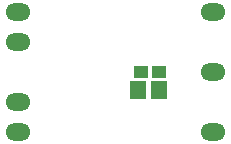
<source format=gbs>
G04*
G04 #@! TF.GenerationSoftware,Altium Limited,Altium Designer,24.6.1 (21)*
G04*
G04 Layer_Color=8150272*
%FSLAX25Y25*%
%MOIN*%
G70*
G04*
G04 #@! TF.SameCoordinates,EBD96B39-EC1D-4DCD-B27F-6C9CB96DE784*
G04*
G04*
G04 #@! TF.FilePolarity,Negative*
G04*
G01*
G75*
%ADD19O,0.08300X0.05800*%
%ADD28R,0.05721X0.06312*%
%ADD29R,0.04540X0.04343*%
D19*
X5000Y15000D02*
D03*
Y35000D02*
D03*
Y45000D02*
D03*
X70000D02*
D03*
Y25000D02*
D03*
Y5000D02*
D03*
X5000D02*
D03*
D28*
X51945Y19000D02*
D03*
X45055D02*
D03*
D29*
X45949Y25000D02*
D03*
X52051D02*
D03*
M02*

</source>
